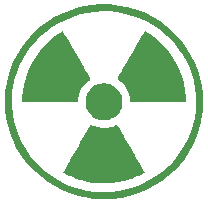
<source format=gbr>
%TF.GenerationSoftware,KiCad,Pcbnew,6.0.11-2627ca5db0~126~ubuntu20.04.1*%
%TF.CreationDate,2023-04-18T17:20:39+02:00*%
%TF.ProjectId,Giger-counter-addon,47696765-722d-4636-9f75-6e7465722d61,rev?*%
%TF.SameCoordinates,Original*%
%TF.FileFunction,Legend,Bot*%
%TF.FilePolarity,Positive*%
%FSLAX46Y46*%
G04 Gerber Fmt 4.6, Leading zero omitted, Abs format (unit mm)*
G04 Created by KiCad (PCBNEW 6.0.11-2627ca5db0~126~ubuntu20.04.1) date 2023-04-18 17:20:39*
%MOMM*%
%LPD*%
G01*
G04 APERTURE LIST*
G04 APERTURE END LIST*
%TO.C,G\u002A\u002A\u002A*%
G36*
X103310679Y-117526459D02*
G01*
X103386704Y-117553595D01*
X103485378Y-117592887D01*
X103593968Y-117636470D01*
X103795461Y-117705779D01*
X103981546Y-117749781D01*
X104173851Y-117772923D01*
X104394000Y-117779649D01*
X104504562Y-117778187D01*
X104708641Y-117764132D01*
X104895260Y-117731528D01*
X105086045Y-117675928D01*
X105302623Y-117592887D01*
X105329704Y-117581766D01*
X105423763Y-117545188D01*
X105491742Y-117521966D01*
X105520437Y-117516717D01*
X105534247Y-117538769D01*
X105574286Y-117606521D01*
X105637672Y-117715275D01*
X105721813Y-117860505D01*
X105824118Y-118037684D01*
X105941994Y-118242285D01*
X106072849Y-118469781D01*
X106214092Y-118715645D01*
X106363131Y-118975352D01*
X106517373Y-119244373D01*
X106674226Y-119518182D01*
X106831099Y-119792253D01*
X106985400Y-120062058D01*
X107134536Y-120323072D01*
X107275916Y-120570767D01*
X107406948Y-120800616D01*
X107525040Y-121008092D01*
X107627599Y-121188670D01*
X107712034Y-121337821D01*
X107775754Y-121451020D01*
X107816165Y-121523740D01*
X107830676Y-121551453D01*
X107830758Y-121552324D01*
X107806167Y-121579391D01*
X107737727Y-121624121D01*
X107633875Y-121682387D01*
X107503044Y-121750065D01*
X107353670Y-121823027D01*
X107194189Y-121897149D01*
X107033034Y-121968304D01*
X106878641Y-122032367D01*
X106739444Y-122085212D01*
X106647640Y-122117101D01*
X106126559Y-122271019D01*
X105582442Y-122389131D01*
X105036858Y-122466605D01*
X105014861Y-122468143D01*
X104930303Y-122470680D01*
X104803149Y-122472126D01*
X104643332Y-122472443D01*
X104460781Y-122471592D01*
X104265429Y-122469536D01*
X104155402Y-122467606D01*
X103763618Y-122451627D01*
X103408422Y-122420050D01*
X103074566Y-122370229D01*
X102746802Y-122299518D01*
X102409882Y-122205272D01*
X102048557Y-122084844D01*
X102040905Y-122082115D01*
X101900916Y-122028747D01*
X101746123Y-121964350D01*
X101584971Y-121893052D01*
X101425902Y-121818980D01*
X101277360Y-121746260D01*
X101147788Y-121679021D01*
X101045630Y-121621389D01*
X100979328Y-121577490D01*
X100957325Y-121551453D01*
X100968340Y-121530151D01*
X101005438Y-121463186D01*
X101066191Y-121355137D01*
X101148006Y-121210530D01*
X101248293Y-121033892D01*
X101364458Y-120829750D01*
X101493910Y-120602630D01*
X101634056Y-120357059D01*
X101782306Y-120097564D01*
X101936066Y-119828672D01*
X102092745Y-119554910D01*
X102249752Y-119280803D01*
X102404493Y-119010879D01*
X102554377Y-118749666D01*
X102696812Y-118501688D01*
X102829207Y-118271474D01*
X102948968Y-118063550D01*
X103053505Y-117882443D01*
X103140225Y-117732679D01*
X103206536Y-117618786D01*
X103249846Y-117545290D01*
X103267564Y-117516717D01*
X103270506Y-117516095D01*
X103310679Y-117526459D01*
G37*
G36*
X104724890Y-114033196D02*
G01*
X104915639Y-114079542D01*
X104949851Y-114091918D01*
X105191606Y-114211504D01*
X105415730Y-114376727D01*
X105612436Y-114577801D01*
X105771941Y-114804941D01*
X105884458Y-115048361D01*
X105929598Y-115232334D01*
X105953074Y-115451670D01*
X105953521Y-115681558D01*
X105930923Y-115901054D01*
X105885264Y-116089216D01*
X105855885Y-116167108D01*
X105721556Y-116422547D01*
X105542114Y-116648679D01*
X105323337Y-116840180D01*
X105071003Y-116991723D01*
X104790888Y-117097983D01*
X104752994Y-117107294D01*
X104591117Y-117128905D01*
X104400639Y-117133659D01*
X104201530Y-117122458D01*
X104013759Y-117096206D01*
X103857298Y-117055803D01*
X103815273Y-117040129D01*
X103581024Y-116920079D01*
X103362643Y-116755012D01*
X103170213Y-116555120D01*
X103013819Y-116330597D01*
X102903543Y-116091638D01*
X102892133Y-116057595D01*
X102864478Y-115957839D01*
X102847590Y-115855394D01*
X102839155Y-115732150D01*
X102836858Y-115570000D01*
X102837063Y-115513190D01*
X102841058Y-115365357D01*
X102851927Y-115250680D01*
X102871983Y-115151051D01*
X102903543Y-115048361D01*
X102915919Y-115014149D01*
X103035505Y-114772394D01*
X103200728Y-114548270D01*
X103401802Y-114351564D01*
X103628942Y-114192059D01*
X103872362Y-114079542D01*
X104050939Y-114035252D01*
X104271462Y-114011051D01*
X104503138Y-114010365D01*
X104724890Y-114033196D01*
G37*
G36*
X107920248Y-109604210D02*
G01*
X107956871Y-109625658D01*
X108034248Y-109674173D01*
X108136450Y-109740097D01*
X108251143Y-109815553D01*
X108618801Y-110077064D01*
X109089976Y-110470961D01*
X109519721Y-110903796D01*
X109908729Y-111376354D01*
X110257691Y-111889419D01*
X110567298Y-112443777D01*
X110753101Y-112839845D01*
X110971997Y-113411217D01*
X111135312Y-113988934D01*
X111243964Y-114576431D01*
X111298874Y-115177142D01*
X111317175Y-115570000D01*
X106630189Y-115570000D01*
X106599042Y-115328709D01*
X106590059Y-115265574D01*
X106507457Y-114912706D01*
X106374235Y-114583385D01*
X106192709Y-114281581D01*
X105965192Y-114011266D01*
X105694000Y-113776409D01*
X105680393Y-113766296D01*
X105600370Y-113703910D01*
X105543936Y-113654943D01*
X105522572Y-113629253D01*
X105525949Y-113621860D01*
X105553175Y-113571763D01*
X105605932Y-113477773D01*
X105682089Y-113343600D01*
X105779521Y-113172953D01*
X105896097Y-112969544D01*
X106029691Y-112737082D01*
X106178174Y-112479278D01*
X106339418Y-112199842D01*
X106511295Y-111902484D01*
X106691677Y-111590915D01*
X106842755Y-111330234D01*
X107034432Y-110999838D01*
X107200812Y-110713673D01*
X107343809Y-110468646D01*
X107465334Y-110261665D01*
X107567298Y-110089639D01*
X107651614Y-109949475D01*
X107720194Y-109838083D01*
X107774950Y-109752369D01*
X107817794Y-109689243D01*
X107850638Y-109645613D01*
X107875393Y-109618386D01*
X107893972Y-109604471D01*
X107908286Y-109600776D01*
X107920248Y-109604210D01*
G37*
G36*
X100889429Y-109602450D02*
G01*
X100906545Y-109613014D01*
X100929271Y-109635974D01*
X100959519Y-109674422D01*
X100999200Y-109731449D01*
X101050227Y-109810147D01*
X101114512Y-109913609D01*
X101193966Y-110044925D01*
X101290502Y-110207187D01*
X101406031Y-110403489D01*
X101542466Y-110636920D01*
X101701719Y-110910574D01*
X101885701Y-111227541D01*
X102096324Y-111590915D01*
X102185293Y-111744527D01*
X102361790Y-112049624D01*
X102528744Y-112338698D01*
X102684025Y-112608039D01*
X102825507Y-112853938D01*
X102951060Y-113072683D01*
X103058558Y-113260565D01*
X103145872Y-113413874D01*
X103210874Y-113528898D01*
X103251436Y-113601928D01*
X103265429Y-113629253D01*
X103264890Y-113631284D01*
X103237412Y-113661177D01*
X103176621Y-113712838D01*
X103094000Y-113776409D01*
X103044068Y-113814324D01*
X102780265Y-114055599D01*
X102560538Y-114331645D01*
X102387201Y-114638492D01*
X102262570Y-114972171D01*
X102188959Y-115328709D01*
X102157812Y-115570000D01*
X97470826Y-115570000D01*
X97489127Y-115177142D01*
X97521737Y-114757158D01*
X97613985Y-114166014D01*
X97760616Y-113585692D01*
X97962549Y-113012758D01*
X98220703Y-112443777D01*
X98441126Y-112037972D01*
X98779178Y-111513610D01*
X99157085Y-111029973D01*
X99575540Y-110586274D01*
X100035233Y-110181729D01*
X100536858Y-109815553D01*
X100632989Y-109752211D01*
X100738127Y-109684153D01*
X100820493Y-109632193D01*
X100867753Y-109604210D01*
X100876011Y-109601190D01*
X100889429Y-109602450D01*
G37*
G36*
X112773317Y-116019904D02*
G01*
X112768432Y-116188593D01*
X112760527Y-116333593D01*
X112748988Y-116466096D01*
X112733204Y-116597293D01*
X112712563Y-116738376D01*
X112616131Y-117259447D01*
X112453961Y-117889436D01*
X112243573Y-118499190D01*
X111981914Y-119098571D01*
X111925879Y-119212506D01*
X111593182Y-119813772D01*
X111215715Y-120380810D01*
X110795594Y-120911822D01*
X110334934Y-121405011D01*
X109835851Y-121858578D01*
X109300462Y-122270725D01*
X108730883Y-122639655D01*
X108129228Y-122963570D01*
X107497615Y-123240672D01*
X106838160Y-123469162D01*
X106749378Y-123495112D01*
X106485522Y-123564162D01*
X106197016Y-123630036D01*
X105903472Y-123688710D01*
X105624501Y-123736162D01*
X105379715Y-123768369D01*
X105307367Y-123776010D01*
X105176559Y-123790004D01*
X105066007Y-123802049D01*
X104994000Y-123810164D01*
X104991022Y-123810504D01*
X104895766Y-123816322D01*
X104754811Y-123818731D01*
X104579002Y-123818072D01*
X104379179Y-123814688D01*
X104166187Y-123808920D01*
X103950868Y-123801109D01*
X103744063Y-123791598D01*
X103556617Y-123780726D01*
X103399372Y-123768837D01*
X103283170Y-123756272D01*
X102612333Y-123637519D01*
X101935730Y-123463461D01*
X101283003Y-123238768D01*
X100829613Y-123046103D01*
X100225810Y-122737886D01*
X99652535Y-122384130D01*
X99112108Y-121987441D01*
X98606850Y-121550427D01*
X98139079Y-121075695D01*
X97711114Y-120565853D01*
X97325277Y-120023507D01*
X96983886Y-119451265D01*
X96689260Y-118851734D01*
X96443720Y-118227521D01*
X96249585Y-117581233D01*
X96239500Y-117541547D01*
X96169077Y-117248578D01*
X96114033Y-116982711D01*
X96072713Y-116729950D01*
X96043459Y-116476296D01*
X96024615Y-116207751D01*
X96014523Y-115910318D01*
X96011528Y-115570000D01*
X96012208Y-115323665D01*
X96012540Y-115296366D01*
X96591470Y-115296366D01*
X96595098Y-115937656D01*
X96655204Y-116575277D01*
X96771513Y-117207560D01*
X96943746Y-117832839D01*
X97171626Y-118449446D01*
X97454876Y-119055714D01*
X97764295Y-119596919D01*
X98130619Y-120128006D01*
X98539179Y-120624319D01*
X98986981Y-121083849D01*
X99471028Y-121504584D01*
X99988325Y-121884514D01*
X100535875Y-122221629D01*
X101110683Y-122513919D01*
X101709753Y-122759373D01*
X102330088Y-122955980D01*
X102968693Y-123101730D01*
X103622572Y-123194613D01*
X103715641Y-123203473D01*
X104172253Y-123233218D01*
X104604081Y-123235789D01*
X105032708Y-123210759D01*
X105479715Y-123157697D01*
X105709198Y-123121037D01*
X106367033Y-122977873D01*
X107008508Y-122781453D01*
X107629925Y-122533370D01*
X108227587Y-122235218D01*
X108797797Y-121888591D01*
X109336858Y-121495083D01*
X109354237Y-121481100D01*
X109505827Y-121351416D01*
X109681165Y-121190521D01*
X109868966Y-121009698D01*
X110057943Y-120820235D01*
X110236813Y-120633417D01*
X110394288Y-120460529D01*
X110519084Y-120312857D01*
X110849729Y-119866477D01*
X111193663Y-119318158D01*
X111488204Y-118748175D01*
X111732723Y-118159979D01*
X111926592Y-117557021D01*
X112069181Y-116942752D01*
X112159863Y-116320623D01*
X112198007Y-115694084D01*
X112182987Y-115066587D01*
X112114172Y-114441583D01*
X111990934Y-113822523D01*
X111812645Y-113212857D01*
X111640002Y-112747692D01*
X111385966Y-112181113D01*
X111094458Y-111651058D01*
X110761225Y-111150666D01*
X110382016Y-110673074D01*
X109952578Y-110211422D01*
X109756058Y-110019167D01*
X109519851Y-109802512D01*
X109288860Y-109609421D01*
X109047382Y-109426916D01*
X108779715Y-109242019D01*
X108565411Y-109104159D01*
X107986244Y-108776853D01*
X107389317Y-108502047D01*
X106777789Y-108279604D01*
X106154822Y-108109388D01*
X105523576Y-107991261D01*
X104887212Y-107925088D01*
X104248891Y-107910732D01*
X103611773Y-107948057D01*
X102979019Y-108036926D01*
X102353790Y-108177202D01*
X101739247Y-108368749D01*
X101138550Y-108611430D01*
X100554860Y-108905110D01*
X99991337Y-109249651D01*
X99451143Y-109644916D01*
X99433764Y-109658899D01*
X99282174Y-109788583D01*
X99106836Y-109949478D01*
X98919035Y-110130301D01*
X98730058Y-110319764D01*
X98551188Y-110506582D01*
X98393713Y-110679470D01*
X98268917Y-110827142D01*
X98230840Y-110875302D01*
X97852534Y-111402862D01*
X97518936Y-111961860D01*
X97232507Y-112546750D01*
X96995711Y-113151990D01*
X96811010Y-113772036D01*
X96680869Y-114401346D01*
X96644599Y-114653072D01*
X96591470Y-115296366D01*
X96012540Y-115296366D01*
X96014684Y-115120095D01*
X96019569Y-114951406D01*
X96027474Y-114806406D01*
X96039013Y-114673903D01*
X96054797Y-114542706D01*
X96075438Y-114401623D01*
X96171870Y-113880552D01*
X96334040Y-113250563D01*
X96544428Y-112640809D01*
X96806087Y-112041428D01*
X96942492Y-111771187D01*
X97285836Y-111179870D01*
X97672505Y-110623947D01*
X98100228Y-110105022D01*
X98566734Y-109624700D01*
X99069754Y-109184586D01*
X99607018Y-108786285D01*
X100176254Y-108431402D01*
X100775194Y-108121540D01*
X101401565Y-107858306D01*
X102053099Y-107643304D01*
X102727525Y-107478139D01*
X103422572Y-107364416D01*
X103425525Y-107364052D01*
X103582648Y-107349831D01*
X103783874Y-107339175D01*
X104016561Y-107332085D01*
X104268068Y-107328560D01*
X104525752Y-107328601D01*
X104776972Y-107332207D01*
X105009086Y-107339378D01*
X105209453Y-107350114D01*
X105365429Y-107364416D01*
X105776078Y-107425617D01*
X106370402Y-107548645D01*
X106953128Y-107708793D01*
X107504998Y-107901231D01*
X107958388Y-108093896D01*
X108562191Y-108402113D01*
X109135466Y-108755869D01*
X109675893Y-109152558D01*
X110181151Y-109589572D01*
X110648922Y-110064304D01*
X111076887Y-110574146D01*
X111462724Y-111116492D01*
X111804115Y-111688734D01*
X112098741Y-112288265D01*
X112344281Y-112912478D01*
X112538416Y-113558766D01*
X112548501Y-113598452D01*
X112618924Y-113891421D01*
X112673968Y-114157288D01*
X112715288Y-114410049D01*
X112744542Y-114663703D01*
X112763386Y-114932248D01*
X112773478Y-115229681D01*
X112776473Y-115570000D01*
X112776130Y-115694084D01*
X112775793Y-115816334D01*
X112773317Y-116019904D01*
G37*
%TD*%
M02*

</source>
